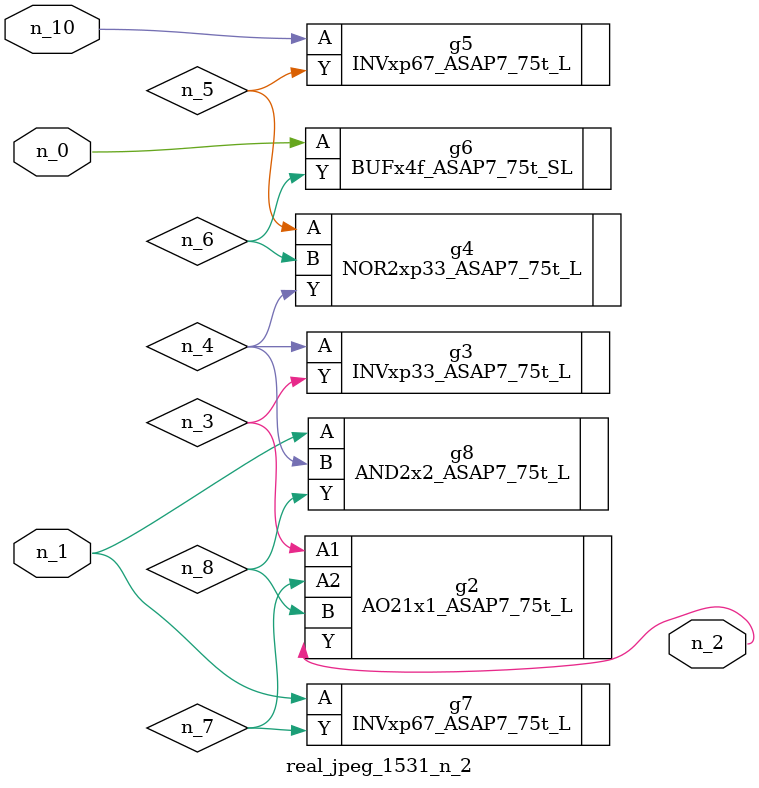
<source format=v>
module real_jpeg_1531_n_2 (n_1, n_10, n_0, n_2);

input n_1;
input n_10;
input n_0;

output n_2;

wire n_5;
wire n_4;
wire n_8;
wire n_6;
wire n_7;
wire n_3;

BUFx4f_ASAP7_75t_SL g6 ( 
.A(n_0),
.Y(n_6)
);

INVxp67_ASAP7_75t_L g7 ( 
.A(n_1),
.Y(n_7)
);

AND2x2_ASAP7_75t_L g8 ( 
.A(n_1),
.B(n_4),
.Y(n_8)
);

AO21x1_ASAP7_75t_L g2 ( 
.A1(n_3),
.A2(n_7),
.B(n_8),
.Y(n_2)
);

INVxp33_ASAP7_75t_L g3 ( 
.A(n_4),
.Y(n_3)
);

NOR2xp33_ASAP7_75t_L g4 ( 
.A(n_5),
.B(n_6),
.Y(n_4)
);

INVxp67_ASAP7_75t_L g5 ( 
.A(n_10),
.Y(n_5)
);


endmodule
</source>
